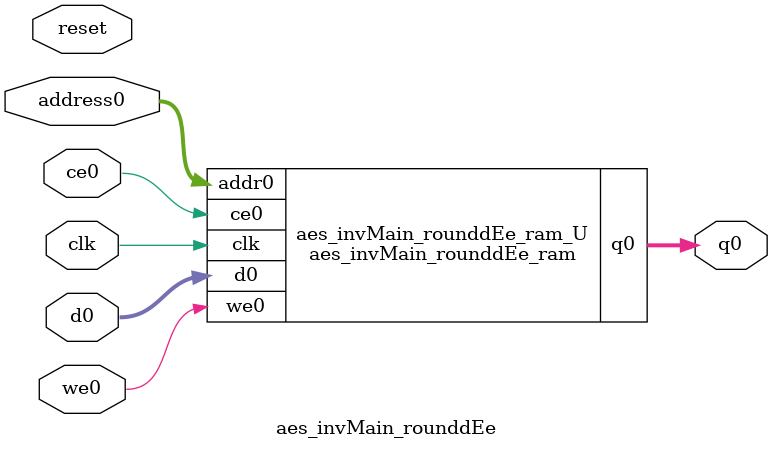
<source format=v>
`timescale 1 ns / 1 ps
module aes_invMain_rounddEe_ram (addr0, ce0, d0, we0, q0,  clk);

parameter DWIDTH = 8;
parameter AWIDTH = 4;
parameter MEM_SIZE = 16;

input[AWIDTH-1:0] addr0;
input ce0;
input[DWIDTH-1:0] d0;
input we0;
output reg[DWIDTH-1:0] q0;
input clk;

(* ram_style = "distributed" *)reg [DWIDTH-1:0] ram[0:MEM_SIZE-1];




always @(posedge clk)  
begin 
    if (ce0) begin
        if (we0) 
            ram[addr0] <= d0; 
        q0 <= ram[addr0];
    end
end


endmodule

`timescale 1 ns / 1 ps
module aes_invMain_rounddEe(
    reset,
    clk,
    address0,
    ce0,
    we0,
    d0,
    q0);

parameter DataWidth = 32'd8;
parameter AddressRange = 32'd16;
parameter AddressWidth = 32'd4;
input reset;
input clk;
input[AddressWidth - 1:0] address0;
input ce0;
input we0;
input[DataWidth - 1:0] d0;
output[DataWidth - 1:0] q0;



aes_invMain_rounddEe_ram aes_invMain_rounddEe_ram_U(
    .clk( clk ),
    .addr0( address0 ),
    .ce0( ce0 ),
    .we0( we0 ),
    .d0( d0 ),
    .q0( q0 ));

endmodule


</source>
